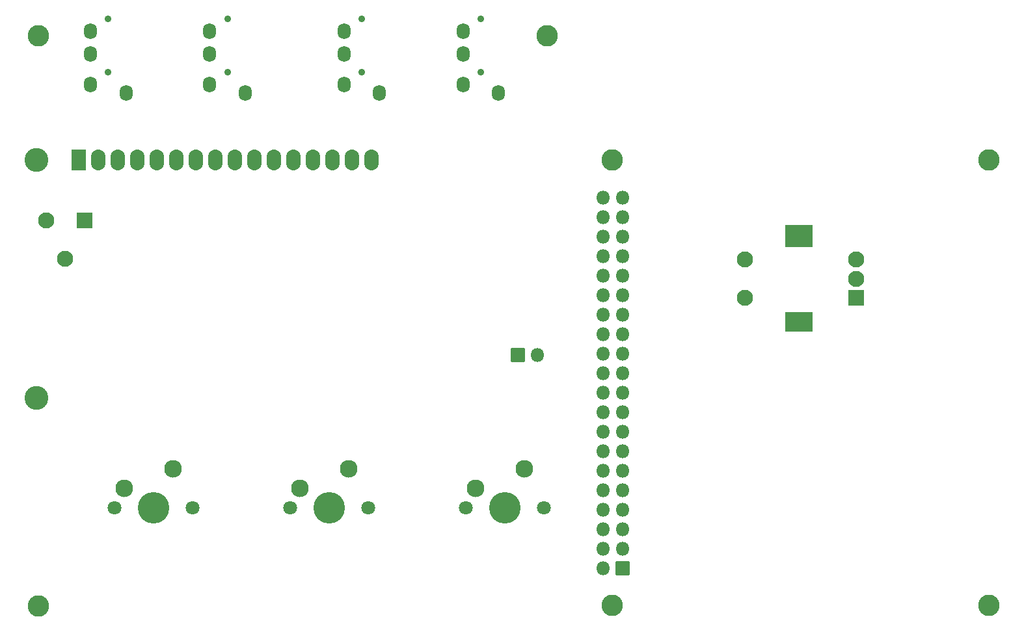
<source format=gts>
G04 #@! TF.GenerationSoftware,KiCad,Pcbnew,8.0.1*
G04 #@! TF.CreationDate,2025-03-29T00:02:57-06:00*
G04 #@! TF.ProjectId,minidexed,6d696e69-6465-4786-9564-2e6b69636164,rev?*
G04 #@! TF.SameCoordinates,Original*
G04 #@! TF.FileFunction,Soldermask,Top*
G04 #@! TF.FilePolarity,Negative*
%FSLAX46Y46*%
G04 Gerber Fmt 4.6, Leading zero omitted, Abs format (unit mm)*
G04 Created by KiCad (PCBNEW 8.0.1) date 2025-03-29 00:02:57*
%MOMM*%
%LPD*%
G01*
G04 APERTURE LIST*
G04 Aperture macros list*
%AMRoundRect*
0 Rectangle with rounded corners*
0 $1 Rounding radius*
0 $2 $3 $4 $5 $6 $7 $8 $9 X,Y pos of 4 corners*
0 Add a 4 corners polygon primitive as box body*
4,1,4,$2,$3,$4,$5,$6,$7,$8,$9,$2,$3,0*
0 Add four circle primitives for the rounded corners*
1,1,$1+$1,$2,$3*
1,1,$1+$1,$4,$5*
1,1,$1+$1,$6,$7*
1,1,$1+$1,$8,$9*
0 Add four rect primitives between the rounded corners*
20,1,$1+$1,$2,$3,$4,$5,0*
20,1,$1+$1,$4,$5,$6,$7,0*
20,1,$1+$1,$6,$7,$8,$9,0*
20,1,$1+$1,$8,$9,$2,$3,0*%
G04 Aperture macros list end*
%ADD10C,0.900000*%
%ADD11O,1.700000X2.100000*%
%ADD12C,2.800000*%
%ADD13C,1.800000*%
%ADD14C,4.100000*%
%ADD15C,2.300000*%
%ADD16C,3.100000*%
%ADD17RoundRect,0.050000X-0.900000X-1.300000X0.900000X-1.300000X0.900000X1.300000X-0.900000X1.300000X0*%
%ADD18O,1.900000X2.700000*%
%ADD19RoundRect,0.050000X1.000000X1.000000X-1.000000X1.000000X-1.000000X-1.000000X1.000000X-1.000000X0*%
%ADD20C,2.100000*%
%ADD21RoundRect,0.050000X1.750000X1.250000X-1.750000X1.250000X-1.750000X-1.250000X1.750000X-1.250000X0*%
%ADD22RoundRect,0.050000X1.750000X1.400000X-1.750000X1.400000X-1.750000X-1.400000X1.750000X-1.400000X0*%
%ADD23RoundRect,0.050000X0.850000X0.850000X-0.850000X0.850000X-0.850000X-0.850000X0.850000X-0.850000X0*%
%ADD24O,1.800000X1.800000*%
%ADD25RoundRect,0.050000X-0.850000X0.850000X-0.850000X-0.850000X0.850000X-0.850000X0.850000X0.850000X0*%
G04 APERTURE END LIST*
D10*
X122500000Y-60487500D03*
X122500000Y-67487500D03*
D11*
X124800000Y-70187500D03*
X120200000Y-65087500D03*
X120200000Y-69087500D03*
X120200000Y-62087500D03*
D10*
X140000000Y-60487500D03*
X140000000Y-67487500D03*
D11*
X142300000Y-70187500D03*
X137700000Y-65087500D03*
X137700000Y-69087500D03*
X137700000Y-62087500D03*
D10*
X107000000Y-60487500D03*
X107000000Y-67487500D03*
D11*
X109300000Y-70187500D03*
X104700000Y-65087500D03*
X104700000Y-69087500D03*
X104700000Y-62087500D03*
D10*
X155500000Y-60487500D03*
X155500000Y-67487500D03*
D11*
X157800000Y-70187500D03*
X153200000Y-65087500D03*
X153200000Y-69087500D03*
X153200000Y-62087500D03*
D12*
X164100000Y-62700000D03*
D13*
X107820000Y-124200000D03*
D14*
X112900000Y-124200000D03*
D13*
X117980000Y-124200000D03*
D15*
X115440000Y-119120000D03*
X109090000Y-121660000D03*
D16*
X97628900Y-109877200D03*
X97628900Y-78876500D03*
D17*
X103128000Y-78876500D03*
D18*
X105668000Y-78876500D03*
X108208000Y-78876500D03*
X110748000Y-78876500D03*
X113288000Y-78876500D03*
X115828000Y-78876500D03*
X118368000Y-78876500D03*
X120908000Y-78876500D03*
X123448000Y-78876500D03*
X125988000Y-78876500D03*
X128528000Y-78876500D03*
X131068000Y-78876500D03*
X133608000Y-78876500D03*
X136148000Y-78876500D03*
X138688000Y-78876500D03*
X141228000Y-78876500D03*
D19*
X204368400Y-96876500D03*
D20*
X204368400Y-91876500D03*
X204368400Y-94376500D03*
D21*
X196868400Y-99976500D03*
D22*
X196868400Y-88776500D03*
D20*
X189868400Y-91876500D03*
X189868400Y-96876500D03*
D13*
X130670000Y-124200000D03*
X140830000Y-124200000D03*
D14*
X135750000Y-124200000D03*
D15*
X138290000Y-119120000D03*
X131940000Y-121660000D03*
D12*
X97900000Y-137000000D03*
D13*
X153520000Y-124200000D03*
D14*
X158600000Y-124200000D03*
D13*
X163680000Y-124200000D03*
D15*
X161140000Y-119120000D03*
X154790000Y-121660000D03*
D12*
X172618400Y-136892400D03*
X221618400Y-78892400D03*
X172618400Y-78892400D03*
X221618400Y-136892400D03*
D23*
X173918400Y-132042400D03*
D24*
X171378400Y-132042400D03*
X173918400Y-129502400D03*
X171378400Y-129502400D03*
X173918400Y-126962400D03*
X171378400Y-126962400D03*
X173918400Y-124422400D03*
X171378400Y-124422400D03*
X173918400Y-121882400D03*
X171378400Y-121882400D03*
X173918400Y-119342400D03*
X171378400Y-119342400D03*
X173918400Y-116802400D03*
X171378400Y-116802400D03*
X173918400Y-114262400D03*
X171378400Y-114262400D03*
X173918400Y-111722400D03*
X171378400Y-111722400D03*
X173918400Y-109182400D03*
X171378400Y-109182400D03*
X173918400Y-106642400D03*
X171378400Y-106642400D03*
X173918400Y-104102400D03*
X171378400Y-104102400D03*
X173918400Y-101562400D03*
X171378400Y-101562400D03*
X173918400Y-99022400D03*
X171378400Y-99022400D03*
X173918400Y-96482400D03*
X171378400Y-96482400D03*
X173918400Y-93942400D03*
X171378400Y-93942400D03*
X173918400Y-91402400D03*
X171378400Y-91402400D03*
X173918400Y-88862400D03*
X171378400Y-88862400D03*
X173918400Y-86322400D03*
X171378400Y-86322400D03*
X173918400Y-83782400D03*
X171378400Y-83782400D03*
D12*
X97900000Y-62700000D03*
D19*
X103900000Y-86760000D03*
D20*
X101400000Y-91760000D03*
X98900000Y-86760000D03*
D25*
X160325000Y-104300000D03*
D24*
X162865000Y-104300000D03*
M02*

</source>
